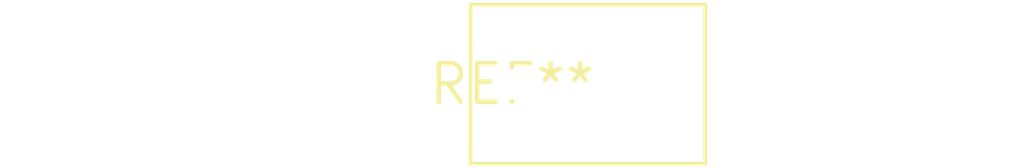
<source format=kicad_pcb>
(kicad_pcb (version 20240108) (generator pcbnew)
  (layers (0 "F.Cu" signal) (31 "B.Cu" signal) (34 "B.Paste" user) (35 "F.Paste" user) (36 "B.SilkS" user "B.Silkscreen") (37 "F.SilkS" user "F.Silkscreen") (38 "B.Mask" user) (39 "F.Mask" user) (44 "Edge.Cuts" user))
  (net 0 "")
  (footprint "C_Disc_D7.5mm_W5.0mm_P5.00mm" (layer "F.Cu") (at 0 0)
    (property "Reference" "REF**")
    (property "Value" "C_Disc_D7.5mm_W5.0mm_P5.00mm")
    (fp_line (start -1.37 -2.62) (end -1.37 2.62) (layer "F.SilkS") (stroke (width 0.12)))
    (fp_line (start -1.37 -2.62) (end 6.37 -2.62) (layer "F.SilkS") (stroke (width 0.12)))
    (fp_line (start -1.37 2.62) (end 6.37 2.62) (layer "F.SilkS") (stroke (width 0.12)))
    (fp_line (start 6.37 -2.62) (end 6.37 2.62) (layer "F.SilkS") (stroke (width 0.12)))
    (pad "1" thru_hole circle (at 0 0) (size 2 2) (drill 1) (layers *.Cu *.Mask) (remove_unused_layers))
    (pad "2" thru_hole circle (at 5 0) (size 2 2) (drill 1) (layers *.Cu *.Mask) (remove_unused_layers))
  )
)
</source>
